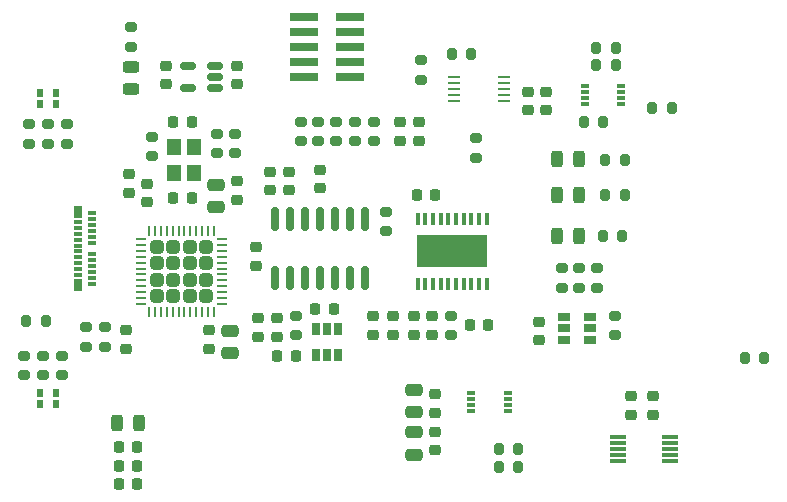
<source format=gbr>
%TF.GenerationSoftware,KiCad,Pcbnew,(5.99.0-7424-ge38b34a4eb)*%
%TF.CreationDate,2020-12-20T18:04:03+03:00*%
%TF.ProjectId,uSMU_v05,75534d55-5f76-4303-952e-6b696361645f,rev?*%
%TF.SameCoordinates,Original*%
%TF.FileFunction,Paste,Top*%
%TF.FilePolarity,Positive*%
%FSLAX46Y46*%
G04 Gerber Fmt 4.6, Leading zero omitted, Abs format (unit mm)*
G04 Created by KiCad (PCBNEW (5.99.0-7424-ge38b34a4eb)) date 2020-12-20 18:04:03*
%MOMM*%
%LPD*%
G01*
G04 APERTURE LIST*
G04 Aperture macros list*
%AMRoundRect*
0 Rectangle with rounded corners*
0 $1 Rounding radius*
0 $2 $3 $4 $5 $6 $7 $8 $9 X,Y pos of 4 corners*
0 Add a 4 corners polygon primitive as box body*
4,1,4,$2,$3,$4,$5,$6,$7,$8,$9,$2,$3,0*
0 Add four circle primitives for the rounded corners*
1,1,$1+$1,$2,$3,0*
1,1,$1+$1,$4,$5,0*
1,1,$1+$1,$6,$7,0*
1,1,$1+$1,$8,$9,0*
0 Add four rect primitives between the rounded corners*
20,1,$1+$1,$2,$3,$4,$5,0*
20,1,$1+$1,$4,$5,$6,$7,0*
20,1,$1+$1,$6,$7,$8,$9,0*
20,1,$1+$1,$8,$9,$2,$3,0*%
G04 Aperture macros list end*
%ADD10RoundRect,0.200000X-0.200000X-0.275000X0.200000X-0.275000X0.200000X0.275000X-0.200000X0.275000X0*%
%ADD11RoundRect,0.218750X-0.218750X-0.256250X0.218750X-0.256250X0.218750X0.256250X-0.218750X0.256250X0*%
%ADD12RoundRect,0.200000X-0.275000X0.200000X-0.275000X-0.200000X0.275000X-0.200000X0.275000X0.200000X0*%
%ADD13RoundRect,0.200000X0.275000X-0.200000X0.275000X0.200000X-0.275000X0.200000X-0.275000X-0.200000X0*%
%ADD14RoundRect,0.250000X-0.475000X0.250000X-0.475000X-0.250000X0.475000X-0.250000X0.475000X0.250000X0*%
%ADD15RoundRect,0.200000X0.200000X0.275000X-0.200000X0.275000X-0.200000X-0.275000X0.200000X-0.275000X0*%
%ADD16RoundRect,0.250000X-0.315000X0.315000X-0.315000X-0.315000X0.315000X-0.315000X0.315000X0.315000X0*%
%ADD17RoundRect,0.062500X-0.062500X0.375000X-0.062500X-0.375000X0.062500X-0.375000X0.062500X0.375000X0*%
%ADD18RoundRect,0.062500X-0.375000X0.062500X-0.375000X-0.062500X0.375000X-0.062500X0.375000X0.062500X0*%
%ADD19RoundRect,0.218750X0.256250X-0.218750X0.256250X0.218750X-0.256250X0.218750X-0.256250X-0.218750X0*%
%ADD20RoundRect,0.218750X-0.256250X0.218750X-0.256250X-0.218750X0.256250X-0.218750X0.256250X0.218750X0*%
%ADD21R,0.650000X1.060000*%
%ADD22R,0.450000X1.050000*%
%ADD23R,6.000000X2.700000*%
%ADD24R,0.600000X0.700000*%
%ADD25R,1.400000X0.300000*%
%ADD26RoundRect,0.225000X0.225000X0.250000X-0.225000X0.250000X-0.225000X-0.250000X0.225000X-0.250000X0*%
%ADD27RoundRect,0.243750X-0.456250X0.243750X-0.456250X-0.243750X0.456250X-0.243750X0.456250X0.243750X0*%
%ADD28RoundRect,0.150000X-0.150000X0.825000X-0.150000X-0.825000X0.150000X-0.825000X0.150000X0.825000X0*%
%ADD29R,1.060000X0.650000*%
%ADD30RoundRect,0.225000X-0.225000X-0.250000X0.225000X-0.250000X0.225000X0.250000X-0.225000X0.250000X0*%
%ADD31RoundRect,0.225000X0.250000X-0.225000X0.250000X0.225000X-0.250000X0.225000X-0.250000X-0.225000X0*%
%ADD32R,1.100000X0.250000*%
%ADD33RoundRect,0.243750X0.243750X0.456250X-0.243750X0.456250X-0.243750X-0.456250X0.243750X-0.456250X0*%
%ADD34RoundRect,0.243750X-0.243750X-0.456250X0.243750X-0.456250X0.243750X0.456250X-0.243750X0.456250X0*%
%ADD35RoundRect,0.150000X0.512500X0.150000X-0.512500X0.150000X-0.512500X-0.150000X0.512500X-0.150000X0*%
%ADD36R,0.800000X0.300000*%
%ADD37R,2.400000X0.740000*%
%ADD38R,1.200000X1.400000*%
%ADD39RoundRect,0.225000X-0.250000X0.225000X-0.250000X-0.225000X0.250000X-0.225000X0.250000X0.225000X0*%
%ADD40R,0.700000X0.300000*%
%ADD41R,0.700000X1.000000*%
%ADD42RoundRect,0.218750X0.218750X0.256250X-0.218750X0.256250X-0.218750X-0.256250X0.218750X-0.256250X0*%
%ADD43RoundRect,0.250000X0.475000X-0.250000X0.475000X0.250000X-0.475000X0.250000X-0.475000X-0.250000X0*%
G04 APERTURE END LIST*
D10*
%TO.C,R26*%
X138175000Y-105000000D03*
X139825000Y-105000000D03*
%TD*%
D11*
%TO.C,C8*%
X135212500Y-117000000D03*
X136787500Y-117000000D03*
%TD*%
D12*
%TO.C,R4*%
X130000000Y-110775000D03*
X130000000Y-112425000D03*
%TD*%
D13*
%TO.C,R16*%
X128380000Y-112425000D03*
X128380000Y-110775000D03*
%TD*%
D14*
%TO.C,C30*%
X119400000Y-128450000D03*
X119400000Y-130350000D03*
%TD*%
D15*
%TO.C,R21*%
X152075000Y-104500000D03*
X150425000Y-104500000D03*
%TD*%
D16*
%TO.C,U10*%
X117400000Y-125550000D03*
X113200000Y-125550000D03*
X116000000Y-122750000D03*
X114600000Y-125550000D03*
X116000000Y-124150000D03*
X117400000Y-122750000D03*
X116000000Y-121350000D03*
X116000000Y-125550000D03*
X113200000Y-121350000D03*
X114600000Y-121350000D03*
X117400000Y-124150000D03*
X114600000Y-122750000D03*
X114600000Y-124150000D03*
X113200000Y-122750000D03*
X113200000Y-124150000D03*
X117400000Y-121350000D03*
D17*
X118050000Y-120012500D03*
X117550000Y-120012500D03*
X117050000Y-120012500D03*
X116550000Y-120012500D03*
X116050000Y-120012500D03*
X115550000Y-120012500D03*
X115050000Y-120012500D03*
X114550000Y-120012500D03*
X114050000Y-120012500D03*
X113550000Y-120012500D03*
X113050000Y-120012500D03*
X112550000Y-120012500D03*
D18*
X111862500Y-120700000D03*
X111862500Y-121200000D03*
X111862500Y-121700000D03*
X111862500Y-122200000D03*
X111862500Y-122700000D03*
X111862500Y-123200000D03*
X111862500Y-123700000D03*
X111862500Y-124200000D03*
X111862500Y-124700000D03*
X111862500Y-125200000D03*
X111862500Y-125700000D03*
X111862500Y-126200000D03*
D17*
X112550000Y-126887500D03*
X113050000Y-126887500D03*
X113550000Y-126887500D03*
X114050000Y-126887500D03*
X114550000Y-126887500D03*
X115050000Y-126887500D03*
X115550000Y-126887500D03*
X116050000Y-126887500D03*
X116550000Y-126887500D03*
X117050000Y-126887500D03*
X117550000Y-126887500D03*
X118050000Y-126887500D03*
D18*
X118737500Y-126200000D03*
X118737500Y-125700000D03*
X118737500Y-125200000D03*
X118737500Y-124700000D03*
X118737500Y-124200000D03*
X118737500Y-123700000D03*
X118737500Y-123200000D03*
X118737500Y-122700000D03*
X118737500Y-122200000D03*
X118737500Y-121700000D03*
X118737500Y-121200000D03*
X118737500Y-120700000D03*
%TD*%
D13*
%TO.C,R8*%
X147500000Y-124825000D03*
X147500000Y-123175000D03*
%TD*%
D19*
%TO.C,C13*%
X144600000Y-109787500D03*
X144600000Y-108212500D03*
%TD*%
D15*
%TO.C,R19*%
X164625000Y-130800000D03*
X162975000Y-130800000D03*
%TD*%
D13*
%TO.C,R46*%
X104000000Y-112625000D03*
X104000000Y-110975000D03*
%TD*%
D20*
%TO.C,R32*%
X136550000Y-127212500D03*
X136550000Y-128787500D03*
%TD*%
D13*
%TO.C,R44*%
X105600000Y-112625000D03*
X105600000Y-110975000D03*
%TD*%
D21*
%TO.C,U2*%
X126650000Y-130500000D03*
X127600000Y-130500000D03*
X128550000Y-130500000D03*
X128550000Y-128300000D03*
X127600000Y-128300000D03*
X126650000Y-128300000D03*
%TD*%
D20*
%TO.C,R31*%
X136800000Y-137012500D03*
X136800000Y-138587500D03*
%TD*%
D12*
%TO.C,R7*%
X150500000Y-123175000D03*
X150500000Y-124825000D03*
%TD*%
D22*
%TO.C,U5*%
X135300000Y-124500000D03*
X135950000Y-124500000D03*
X136600000Y-124500000D03*
X137250000Y-124500000D03*
X137900000Y-124500000D03*
X138550000Y-124500000D03*
X139200000Y-124500000D03*
X139850000Y-124500000D03*
X140500000Y-124500000D03*
X141150000Y-124500000D03*
X141150000Y-119000000D03*
X140500000Y-119000000D03*
X139850000Y-119000000D03*
X139200000Y-119000000D03*
X138550000Y-119000000D03*
X137900000Y-119000000D03*
X137250000Y-119000000D03*
X136600000Y-119000000D03*
X135950000Y-119000000D03*
X135300000Y-119000000D03*
D23*
X138225000Y-121750000D03*
%TD*%
D24*
%TO.C,D5*%
X103300000Y-133700000D03*
X104700000Y-133700000D03*
X103300000Y-134700000D03*
X104700000Y-134700000D03*
%TD*%
D25*
%TO.C,U7*%
X156700000Y-139500000D03*
X156700000Y-139000000D03*
X156700000Y-138500000D03*
X156700000Y-138000000D03*
X156700000Y-137500000D03*
X152300000Y-137500000D03*
X152300000Y-138000000D03*
X152300000Y-138500000D03*
X152300000Y-139000000D03*
X152300000Y-139500000D03*
%TD*%
D26*
%TO.C,C16*%
X128175000Y-126600000D03*
X126625000Y-126600000D03*
%TD*%
%TO.C,C22*%
X116175000Y-117200000D03*
X114625000Y-117200000D03*
%TD*%
D20*
%TO.C,R1*%
X135400000Y-110812500D03*
X135400000Y-112387500D03*
%TD*%
D27*
%TO.C,D3*%
X111000000Y-106125000D03*
X111000000Y-108000000D03*
%TD*%
D13*
%TO.C,R45*%
X102400000Y-112625000D03*
X102400000Y-110975000D03*
%TD*%
D12*
%TO.C,R48*%
X103600000Y-130575000D03*
X103600000Y-132225000D03*
%TD*%
D28*
%TO.C,U1*%
X130810000Y-119025000D03*
X129540000Y-119025000D03*
X128270000Y-119025000D03*
X127000000Y-119025000D03*
X125730000Y-119025000D03*
X124460000Y-119025000D03*
X123190000Y-119025000D03*
X123190000Y-123975000D03*
X124460000Y-123975000D03*
X125730000Y-123975000D03*
X127000000Y-123975000D03*
X128270000Y-123975000D03*
X129540000Y-123975000D03*
X130810000Y-123975000D03*
%TD*%
D19*
%TO.C,FB1*%
X146200000Y-109787500D03*
X146200000Y-108212500D03*
%TD*%
D12*
%TO.C,R47*%
X105200000Y-130575000D03*
X105200000Y-132225000D03*
%TD*%
D20*
%TO.C,C12*%
X127000000Y-114812500D03*
X127000000Y-116387500D03*
%TD*%
D29*
%TO.C,U4*%
X147652500Y-127310000D03*
X147652500Y-128260000D03*
X147652500Y-129210000D03*
X149852500Y-129210000D03*
X149852500Y-128260000D03*
X149852500Y-127310000D03*
%TD*%
D12*
%TO.C,R42*%
X119800000Y-111775000D03*
X119800000Y-113425000D03*
%TD*%
D30*
%TO.C,C23*%
X114625000Y-110800000D03*
X116175000Y-110800000D03*
%TD*%
D13*
%TO.C,R14*%
X125380000Y-112425000D03*
X125380000Y-110775000D03*
%TD*%
D10*
%TO.C,R24*%
X142175000Y-138500000D03*
X143825000Y-138500000D03*
%TD*%
D19*
%TO.C,R2*%
X133800000Y-112387500D03*
X133800000Y-110812500D03*
%TD*%
D14*
%TO.C,C15*%
X135000000Y-137050000D03*
X135000000Y-138950000D03*
%TD*%
D12*
%TO.C,R13*%
X107200000Y-128175000D03*
X107200000Y-129825000D03*
%TD*%
%TO.C,R49*%
X102000000Y-130575000D03*
X102000000Y-132225000D03*
%TD*%
D31*
%TO.C,C25*%
X120000000Y-117375000D03*
X120000000Y-115825000D03*
%TD*%
%TO.C,C18*%
X114000000Y-107575000D03*
X114000000Y-106025000D03*
%TD*%
D10*
%TO.C,R22*%
X151175000Y-114000000D03*
X152825000Y-114000000D03*
%TD*%
D32*
%TO.C,U9*%
X138350000Y-107000000D03*
X138350000Y-107500000D03*
X138350000Y-108000000D03*
X138350000Y-108500000D03*
X138350000Y-109000000D03*
X142650000Y-109000000D03*
X142650000Y-108500000D03*
X142650000Y-108000000D03*
X142650000Y-107500000D03*
X142650000Y-107000000D03*
%TD*%
D12*
%TO.C,R34*%
X140200000Y-112175000D03*
X140200000Y-113825000D03*
%TD*%
D33*
%TO.C,SMU ON1*%
X148937500Y-120400000D03*
X147062500Y-120400000D03*
%TD*%
D19*
%TO.C,R39*%
X121600000Y-122987500D03*
X121600000Y-121412500D03*
%TD*%
D10*
%TO.C,R37*%
X150975000Y-120400000D03*
X152625000Y-120400000D03*
%TD*%
D34*
%TO.C,L1*%
X109850000Y-136275000D03*
X111725000Y-136275000D03*
%TD*%
D15*
%TO.C,R20*%
X152075000Y-106000000D03*
X150425000Y-106000000D03*
%TD*%
D20*
%TO.C,C9*%
X153400000Y-134012500D03*
X153400000Y-135587500D03*
%TD*%
D14*
%TO.C,C14*%
X135000000Y-133450000D03*
X135000000Y-135350000D03*
%TD*%
D12*
%TO.C,R41*%
X135600000Y-105550000D03*
X135600000Y-107200000D03*
%TD*%
D20*
%TO.C,C10*%
X155200000Y-134012500D03*
X155200000Y-135587500D03*
%TD*%
D35*
%TO.C,U6*%
X118137500Y-107950000D03*
X118137500Y-107000000D03*
X118137500Y-106050000D03*
X115862500Y-106050000D03*
X115862500Y-107950000D03*
%TD*%
D36*
%TO.C,U8*%
X149450000Y-107750000D03*
X149450000Y-108250000D03*
X149450000Y-108750000D03*
X149450000Y-109250000D03*
X152550000Y-109250000D03*
X152550000Y-108750000D03*
X152550000Y-108250000D03*
X152550000Y-107750000D03*
%TD*%
D10*
%TO.C,R27*%
X102175000Y-127600000D03*
X103825000Y-127600000D03*
%TD*%
D19*
%TO.C,C4*%
X145600000Y-129287500D03*
X145600000Y-127712500D03*
%TD*%
D37*
%TO.C,J3*%
X125650000Y-101860000D03*
X129550000Y-101860000D03*
X125650000Y-103130000D03*
X129550000Y-103130000D03*
X125650000Y-104400000D03*
X129550000Y-104400000D03*
X125650000Y-105670000D03*
X129550000Y-105670000D03*
X125650000Y-106940000D03*
X129550000Y-106940000D03*
%TD*%
D13*
%TO.C,R10*%
X111000000Y-104425000D03*
X111000000Y-102775000D03*
%TD*%
D38*
%TO.C,Y1*%
X116350000Y-115100000D03*
X116350000Y-112900000D03*
X114650000Y-112900000D03*
X114650000Y-115100000D03*
%TD*%
D20*
%TO.C,C2*%
X131500000Y-127212500D03*
X131500000Y-128787500D03*
%TD*%
%TO.C,R28*%
X122800000Y-115012500D03*
X122800000Y-116587500D03*
%TD*%
D10*
%TO.C,R35*%
X149375000Y-110800000D03*
X151025000Y-110800000D03*
%TD*%
D13*
%TO.C,R17*%
X131600000Y-112425000D03*
X131600000Y-110775000D03*
%TD*%
D12*
%TO.C,R5*%
X152000000Y-127175000D03*
X152000000Y-128825000D03*
%TD*%
D20*
%TO.C,C7*%
X133200000Y-127212500D03*
X133200000Y-128787500D03*
%TD*%
D19*
%TO.C,R33*%
X124400000Y-116587500D03*
X124400000Y-115012500D03*
%TD*%
D11*
%TO.C,C11*%
X139712500Y-128000000D03*
X141287500Y-128000000D03*
%TD*%
D13*
%TO.C,R11*%
X112800000Y-113675000D03*
X112800000Y-112025000D03*
%TD*%
D39*
%TO.C,C24*%
X110600000Y-128425000D03*
X110600000Y-129975000D03*
%TD*%
D11*
%TO.C,C3*%
X110000000Y-139875000D03*
X111575000Y-139875000D03*
%TD*%
D19*
%TO.C,R29*%
X134950000Y-128787500D03*
X134950000Y-127212500D03*
%TD*%
D34*
%TO.C,D1*%
X147062500Y-113960000D03*
X148937500Y-113960000D03*
%TD*%
D11*
%TO.C,C1*%
X110000000Y-138275000D03*
X111575000Y-138275000D03*
%TD*%
D12*
%TO.C,R12*%
X108800000Y-128175000D03*
X108800000Y-129825000D03*
%TD*%
D34*
%TO.C,D2*%
X147062500Y-117000000D03*
X148937500Y-117000000D03*
%TD*%
D11*
%TO.C,C6*%
X110000000Y-141475000D03*
X111575000Y-141475000D03*
%TD*%
D12*
%TO.C,R6*%
X132600000Y-118375000D03*
X132600000Y-120025000D03*
%TD*%
D13*
%TO.C,R43*%
X118280000Y-113425000D03*
X118280000Y-111775000D03*
%TD*%
D31*
%TO.C,C28*%
X112400000Y-117575000D03*
X112400000Y-116025000D03*
%TD*%
D36*
%TO.C,U11*%
X139850000Y-133750000D03*
X139850000Y-134250000D03*
X139850000Y-134750000D03*
X139850000Y-135250000D03*
X142950000Y-135250000D03*
X142950000Y-134750000D03*
X142950000Y-134250000D03*
X142950000Y-133750000D03*
%TD*%
D15*
%TO.C,R36*%
X156825000Y-109600000D03*
X155175000Y-109600000D03*
%TD*%
D40*
%TO.C,J2*%
X107740000Y-118500000D03*
X107740000Y-119000000D03*
X107740000Y-119500000D03*
X107740000Y-120000000D03*
X107740000Y-120500000D03*
X107740000Y-121000000D03*
X107740000Y-122000000D03*
X107740000Y-122500000D03*
X107740000Y-123000000D03*
X107740000Y-123500000D03*
X107740000Y-124000000D03*
X107740000Y-124500000D03*
D41*
X106500000Y-124600000D03*
D40*
X106500000Y-123750000D03*
X106500000Y-123250000D03*
X106500000Y-122750000D03*
X106500000Y-122250000D03*
X106500000Y-121750000D03*
X106500000Y-121250000D03*
X106500000Y-120750000D03*
X106500000Y-120250000D03*
X106500000Y-119750000D03*
X106500000Y-119250000D03*
D41*
X106500000Y-118400000D03*
%TD*%
D42*
%TO.C,C5*%
X124987500Y-130600000D03*
X123412500Y-130600000D03*
%TD*%
D10*
%TO.C,R23*%
X151175000Y-117000000D03*
X152825000Y-117000000D03*
%TD*%
D12*
%TO.C,R9*%
X149000000Y-123175000D03*
X149000000Y-124825000D03*
%TD*%
%TO.C,R15*%
X126880000Y-110775000D03*
X126880000Y-112425000D03*
%TD*%
D39*
%TO.C,C17*%
X120000000Y-106025000D03*
X120000000Y-107575000D03*
%TD*%
D31*
%TO.C,C27*%
X110900000Y-116775000D03*
X110900000Y-115225000D03*
%TD*%
D43*
%TO.C,C26*%
X118200000Y-118000000D03*
X118200000Y-116100000D03*
%TD*%
D20*
%TO.C,R30*%
X136800000Y-133812500D03*
X136800000Y-135387500D03*
%TD*%
%TO.C,R40*%
X123400000Y-127412500D03*
X123400000Y-128987500D03*
%TD*%
D10*
%TO.C,R25*%
X142175000Y-140000000D03*
X143825000Y-140000000D03*
%TD*%
D20*
%TO.C,R38*%
X121800000Y-127402500D03*
X121800000Y-128977500D03*
%TD*%
D13*
%TO.C,R18*%
X138150000Y-128825000D03*
X138150000Y-127175000D03*
%TD*%
D39*
%TO.C,C29*%
X117600000Y-128425000D03*
X117600000Y-129975000D03*
%TD*%
D24*
%TO.C,D4*%
X103300000Y-108300000D03*
X104700000Y-108300000D03*
X103300000Y-109300000D03*
X104700000Y-109300000D03*
%TD*%
D12*
%TO.C,R3*%
X125000000Y-127175000D03*
X125000000Y-128825000D03*
%TD*%
M02*

</source>
